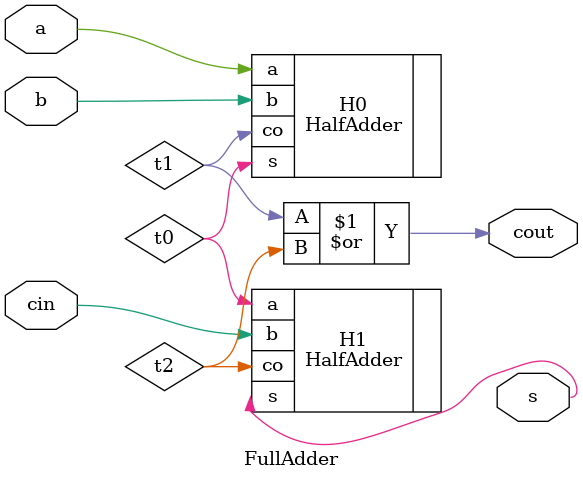
<source format=v>
`timescale 1ns / 1ps
module FullAdder(
    input a,
    input b,
    input cin,
    output s,
    output cout
    );
	 
wire t0,t1,t2;

HalfAdder H0(.s(t0),.co(t1),.a(a),.b(b));
HalfAdder H1(.s(s),.co(t2),.a(t0),.b(cin));

assign cout=t1|t2;

endmodule

</source>
